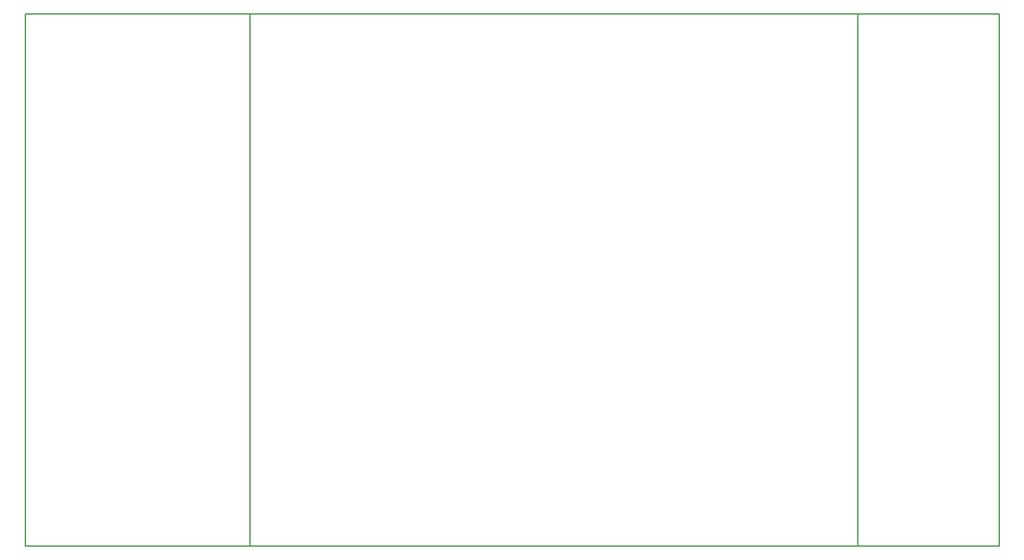
<source format=gm1>
G04*
G04 #@! TF.GenerationSoftware,Altium Limited,Altium Designer,20.0.9 (164)*
G04*
G04 Layer_Color=16711935*
%FSLAX25Y25*%
%MOIN*%
G70*
G01*
G75*
%ADD11C,0.00787*%
D11*
X437402Y0D02*
Y279528D01*
X118110Y0D02*
Y279528D01*
X0Y0D02*
Y279528D01*
Y0D02*
X511811D01*
Y279528D01*
X0D02*
X511811D01*
M02*

</source>
